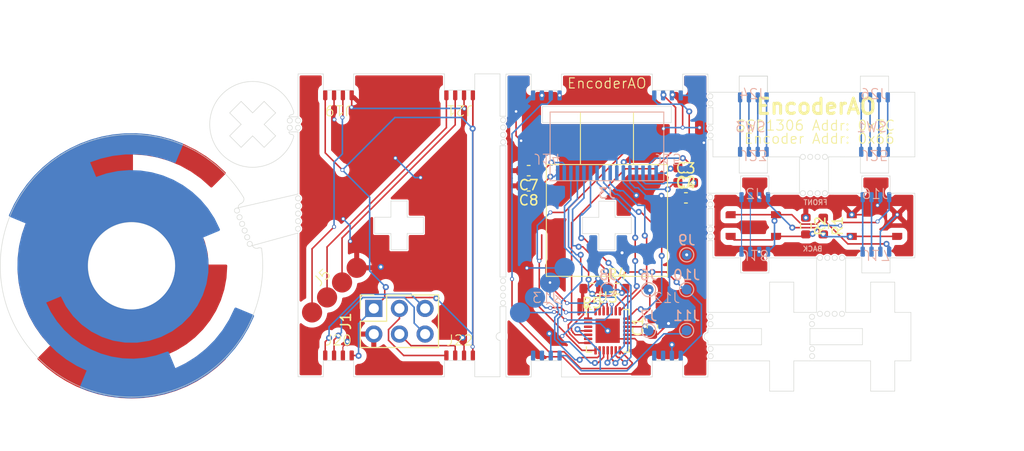
<source format=kicad_pcb>
(kicad_pcb
	(version 20240108)
	(generator "pcbnew")
	(generator_version "8.0")
	(general
		(thickness 1.6)
		(legacy_teardrops no)
	)
	(paper "A4")
	(layers
		(0 "F.Cu" signal)
		(31 "B.Cu" signal)
		(32 "B.Adhes" user "B.Adhesive")
		(33 "F.Adhes" user "F.Adhesive")
		(34 "B.Paste" user)
		(35 "F.Paste" user)
		(36 "B.SilkS" user "B.Silkscreen")
		(37 "F.SilkS" user "F.Silkscreen")
		(38 "B.Mask" user)
		(39 "F.Mask" user)
		(40 "Dwgs.User" user "User.Drawings")
		(41 "Cmts.User" user "User.Comments")
		(42 "Eco1.User" user "User.Eco1")
		(43 "Eco2.User" user "User.Eco2")
		(44 "Edge.Cuts" user)
		(45 "Margin" user)
		(46 "B.CrtYd" user "B.Courtyard")
		(47 "F.CrtYd" user "F.Courtyard")
		(48 "B.Fab" user)
		(49 "F.Fab" user)
		(50 "User.1" user)
		(51 "User.2" user)
		(52 "User.3" user)
		(53 "User.4" user)
		(54 "User.5" user)
		(55 "User.6" user)
		(56 "User.7" user)
		(57 "User.8" user)
		(58 "User.9" user)
	)
	(setup
		(stackup
			(layer "F.SilkS"
				(type "Top Silk Screen")
			)
			(layer "F.Paste"
				(type "Top Solder Paste")
			)
			(layer "F.Mask"
				(type "Top Solder Mask")
				(thickness 0.01)
			)
			(layer "F.Cu"
				(type "copper")
				(thickness 0.035)
			)
			(layer "dielectric 1"
				(type "core")
				(thickness 1.51)
				(material "FR4")
				(epsilon_r 4.5)
				(loss_tangent 0.02)
			)
			(layer "B.Cu"
				(type "copper")
				(thickness 0.035)
			)
			(layer "B.Mask"
				(type "Bottom Solder Mask")
				(thickness 0.01)
			)
			(layer "B.Paste"
				(type "Bottom Solder Paste")
			)
			(layer "B.SilkS"
				(type "Bottom Silk Screen")
			)
			(copper_finish "None")
			(dielectric_constraints no)
		)
		(pad_to_mask_clearance 0)
		(allow_soldermask_bridges_in_footprints no)
		(grid_origin 93.9 132.65)
		(pcbplotparams
			(layerselection 0x00010fc_ffffffff)
			(plot_on_all_layers_selection 0x0000000_00000000)
			(disableapertmacros no)
			(usegerberextensions no)
			(usegerberattributes yes)
			(usegerberadvancedattributes yes)
			(creategerberjobfile yes)
			(dashed_line_dash_ratio 12.000000)
			(dashed_line_gap_ratio 3.000000)
			(svgprecision 4)
			(plotframeref no)
			(viasonmask no)
			(mode 1)
			(useauxorigin no)
			(hpglpennumber 1)
			(hpglpenspeed 20)
			(hpglpendiameter 15.000000)
			(pdf_front_fp_property_popups yes)
			(pdf_back_fp_property_popups yes)
			(dxfpolygonmode yes)
			(dxfimperialunits yes)
			(dxfusepcbnewfont yes)
			(psnegative no)
			(psa4output no)
			(plotreference yes)
			(plotvalue yes)
			(plotfptext yes)
			(plotinvisibletext no)
			(sketchpadsonfab no)
			(subtractmaskfromsilk no)
			(outputformat 1)
			(mirror no)
			(drillshape 1)
			(scaleselection 1)
			(outputdirectory "")
		)
	)
	(net 0 "")
	(net 1 "+3V3")
	(net 2 "GND")
	(net 3 "BB_BIT3")
	(net 4 "USB1DP")
	(net 5 "USB1DM")
	(net 6 "BB_BIT5")
	(net 7 "BB_BIT4")
	(net 8 "BIT2")
	(net 9 "BIT4")
	(net 10 "BIT5")
	(net 11 "BIT3")
	(net 12 "unconnected-(U3-OSC_IN{slash}PD0-Pad2)")
	(net 13 "unconnected-(U3-OSC_OUT{slash}PD1-Pad3)")
	(net 14 "Net-(J3-Pin_1)")
	(net 15 "Net-(J3-Pin_2)")
	(net 16 "Net-(J3-Pin_3)")
	(net 17 "Net-(J3-Pin_4)")
	(net 18 "Net-(J3-Pin_15)")
	(net 19 "Net-(J3-Pin_16)")
	(net 20 "OLED_RST")
	(net 21 "OLED_D2")
	(net 22 "OLED_BS1")
	(net 23 "OLED_DC")
	(net 24 "OLED_D1")
	(net 25 "OLED_CS")
	(net 26 "OLED_D0")
	(net 27 "BOOT0")
	(net 28 "RST")
	(net 29 "SOA_SDA")
	(net 30 "SOA_USBP")
	(net 31 "SOA_USBM")
	(net 32 "SOA_SCL")
	(net 33 "unconnected-(U3-PB1-Pad15)")
	(net 34 "BACK_GND")
	(net 35 "BTM+3V3")
	(net 36 "BTM_GND")
	(net 37 "BTM_RST")
	(net 38 "BTM_BOOT0")
	(net 39 "BCK+3V3")
	(net 40 "unconnected-(J27-Pin_1-Pad1)")
	(net 41 "unconnected-(J28-Pin_1-Pad1)")
	(net 42 "Net-(J23-Pin_4)")
	(net 43 "Net-(J25-Pin_4)")
	(net 44 "unconnected-(U3-PB6-Pad27)")
	(net 45 "unconnected-(U3-PB7-Pad28)")
	(net 46 "unconnected-(U3-PA0-Pad6)")
	(net 47 "BTM_USBM")
	(net 48 "BIT0")
	(net 49 "BIT1")
	(net 50 "unconnected-(U3-PA3-Pad9)")
	(net 51 "Net-(J23-Pin_2)")
	(net 52 "Net-(J23-Pin_3)")
	(net 53 "Net-(J23-Pin_1)")
	(net 54 "Net-(J25-Pin_3)")
	(net 55 "Net-(J25-Pin_2)")
	(net 56 "Net-(J25-Pin_1)")
	(net 57 "BTM_USBP")
	(net 58 "SDA")
	(net 59 "SCL")
	(net 60 "USBP")
	(net 61 "USBM")
	(net 62 "BTM_SDA")
	(net 63 "BTM_SCL")
	(net 64 "unconnected-(U3-PA9-Pad18)")
	(footprint "Capacitor_SMD:C_0603_1608Metric" (layer "F.Cu") (at 128.9 157.65 90))
	(footprint "Encoderao:RKB2" (layer "F.Cu") (at 138.9 147.65))
	(footprint "3PCB:3bit" (layer "F.Cu") (at 77.325 151.65))
	(footprint "Capacitor_SMD:C_0603_1608Metric" (layer "F.Cu") (at 132.2 141.90962 180))
	(footprint "Package_DFN_QFN:QFN-28-1EP_4x4mm_P0.4mm_EP2.4x2.4mm" (layer "F.Cu") (at 124.475 158.075))
	(footprint "3PCB:slot 4x 3x1.61mm +drl" (layer "F.Cu") (at 109.81 133.24 180))
	(footprint "3PCB:slot 4x 3x1.61mm +drl" (layer "F.Cu") (at 109.81 162.02))
	(footprint "Capacitor_SMD:C_0603_1608Metric" (layer "F.Cu") (at 116.65 142.20962 180))
	(footprint "Encoderao:PoGoCoNn" (layer "F.Cu") (at 97.422462 154.027538 45))
	(footprint "Resistor_SMD:R_0603_1608Metric" (layer "F.Cu") (at 144.1 147.7 -90))
	(footprint "Encoderao:RKB2" (layer "F.Cu") (at 150.9 147.65))
	(footprint "Capacitor_SMD:C_0603_1608Metric" (layer "F.Cu") (at 116.65 143.71962 180))
	(footprint "Resistor_SMD:R_0603_1608Metric" (layer "F.Cu") (at 122.9 153.9 180))
	(footprint "Resistor_SMD:R_0603_1608Metric" (layer "F.Cu") (at 125.41 153.9))
	(footprint "3PCB:slot 4x 3x1.61mm +drl" (layer "F.Cu") (at 97.81 133.24 180))
	(footprint "Connector_PinSocket_2.54mm:PinSocket_2x03_P2.54mm_Vertical" (layer "F.Cu") (at 101.31 155.86 90))
	(footprint "Capacitor_SMD:C_0603_1608Metric" (layer "F.Cu") (at 132.225 144.90962))
	(footprint "3PCB:slot 4x 3x1.61mm +drl" (layer "F.Cu") (at 97.81 162.02))
	(footprint "Resistor_SMD:R_0603_1608Metric" (layer "F.Cu") (at 145.825 147.7 -90))
	(footprint "Capacitor_SMD:C_0603_1608Metric" (layer "F.Cu") (at 132.2 143.40962))
	(footprint "TestPoint:TestPoint_Pad_D1.0mm" (layer "B.Cu") (at 128.525 154 180))
	(footprint "TestPoint:TestPoint_Pad_D1.0mm" (layer "B.Cu") (at 128.525 158.05 180))
	(footprint "TestPoint:TestPoint_Pad_D1.0mm" (layer "B.Cu") (at 132.3 150.55 180))
	(footprint "3PCB:tab 4x 3x1.60mm +drl" (layer "B.Cu") (at 150.9 141.85 180))
	(footprint "3PCB:tab 4x 3x1.60mm +drl" (layer "B.Cu") (at 138.9 133.4525))
	(footprint "3PCB:slot 4x 3x1.61mm +drl" (layer "B.Cu") (at 118.397 133.26))
	(footprint "3PCB:tab 4x 3x1.60mm +drl" (layer "B.Cu") (at 138.9 141.85 180))
	(footprint "TestPoint:TestPoint_Pad_D1.0mm" (layer "B.Cu") (at 124.475 154 180))
	(footprint "3PCB:slot 4x 3x1.61mm +drl" (layer "B.Cu") (at 130.398 162.04 180))
	(footprint "3PCB:3bit" (layer "B.Cu") (at 77.31075 151.63086 22.5))
	(footprint "3PCB:tab 4x 3x1.60mm +drl" (layer "B.Cu") (at 139.041421 143.341421))
	(footprint "3PCB:tab 4x 3x1.60mm +drl" (layer "B.Cu") (at 151.043421 151.741421 180))
	(footprint "3PCB:slot 4x 3x1.61mm +drl" (layer "B.Cu") (at 130.4 133.26))
	(footprint "3PCB:tab 4x 3x1.60mm +drl" (layer "B.Cu") (at 139.043421 151.741421 180))
	(footprint "TestPoint:TestPoint_Pad_D1.0mm" (layer "B.Cu") (at 132.29 153.99 180))
	(footprint "3PCB:slot 4x 3x1.61mm +drl" (layer "B.Cu") (at 118.4 162.0325 180))
	(footprint "OLED_Keypad:SSD1306_extender" (layer "B.Cu") (at 124.4 142.45962 180))
	(footprint "TestPoint:TestPoint_Pad_D1.0mm" (layer "B.Cu") (at 132.29 158.04 180))
	(footprint "3PCB:tab 4x 3x1.60mm +drl" (layer "B.Cu") (at 151.043421 143.341421))
	(footprint "Encoderao:PoGoCoNn" (layer "B.Cu") (at 118.017969 154.042031 45))
	(footprint "3PCB:tab 4x 3x1.60mm +drl" (layer "B.Cu") (at 150.899 133.45))
	(gr_line
		(start 104.615 146.825859)
		(end 103.005 148.435859)
		(stroke
			(width 0.05)
			(type default)
		)
		(layer "Eco2.User")
		(uuid "1d19391e-ce45-43cd-8401-532cfe99839b")
	)
	(gr_line
		(start 123.595 146.845)
		(end 125.205 148.455)
		(stroke
			(width 0.05)
			(type default)
		)
		(layer "Eco2.User")
		(uuid "2d85d8b5-1236-48a4-b13e-05f7bef6fd5e")
	)
	(gr_line
		(start 87.87 145.89)
		(end 89.3 149.63)
		(stroke
			(width 0.1)
			(type default)
		)
		(layer "Eco2.User")
		(uuid "458a5737-7a05-4606-8036-933f718569e3")
	)
	(gr_line
		(start 103.005 146.825859)
		(end 104.615 148.435859)
		(stroke
			(width 0.05)
			(type default)
		)
		(layer "Eco2.User")
		(uuid "de6ce549-f1c2-45e9-ad3d-e7d30d889809")
	)
	(gr_line
		(start 125.205 146.845)
		(end 123.595 148.455)
		(stroke
			(width 0.05)
			(type default)
		)
		(layer "Eco2.User")
		(uuid "f8a0da98-6f96-47fa-8481-1af222c91011")
	)
	(gr_line
		(start 152.298 134.45)
		(end 154.9 134.45)
		(stroke
			(width 0.05)
			(type default)
		)
		(layer "Edge.Cuts")
		(uuid "00a43c7d-db5c-4bcd-a359-fccd9cb79e8d")
	)
	(gr_line
		(start 152.909 156.255)
		(end 152.909 153.255)
		(stroke
			(width 0.05)
			(type default)
		)
		(layer "Edge.Cuts")
		(uuid "020ad0c6-6b68-40c6-b76b-91882ddc1a82")
	)
	(gr_line
		(start 126.815 148.455)
		(end 126.815 146.845)
		(stroke
			(width 0.05)
			(type default)
		)
		(layer "Edge.Cuts")
		(uuid "03dd30da-ea8d-4aef-b27f-260772af7fcd")
	)
	(gr_line
		(start 126.815 146.845)
		(end 125.205 146.845)
		(stroke
			(width 0.05)
			(type default)
		)
		(layer "Edge.Cuts")
		(uuid "04ba6f10-c2ed-4054-b1e1-91c3e352ac55")
	)
	(gr_line
		(start 123.595 145.235)
		(end 123.595 146.845)
		(stroke
			(width 0.05)
			(type default)
		)
		(layer "Edge.Cuts")
		(uuid "050d130e-d471-4814-a276-e39829da6456")
	)
	(gr_line
		(start 87.033 136.492859)
		(end 88.171 137.630859)
		(stroke
			(width 0.05)
			(type default)
		)
		(layer "Edge.Cuts")
		(uuid "053ab475-986d-4a0d-b130-be3184060c14")
	)
	(gr_line
		(start 134.4 162.65)
		(end 134.4 161.055)
		(stroke
			(width 0.05)
			(type default)
		)
		(layer "Edge.Cuts")
		(uuid "0548257c-ca0a-4a9a-b107-449b7718eac4")
	)
	(gr_line
		(start 134.4 149.14)
		(end 134.9 149.14)
		(stroke
			(width 0.05)
			(type default)
		)
		(layer "Edge.Cuts")
		(uuid "060dbd28-999c-4b03-8d3e-61af624f0527")
	)
	(gr_circle
		(center 93.81 147.2164)
		(end 93.556 147.2164)
		(stroke
			(width 0.05)
			(type default)
		)
		(fill none)
		(layer "Edge.Cuts")
		(uuid "064a178d-e8a0-40b6-8f85-6fd318ef04a1")
	)
	(gr_line
		(start 145.163 150.8525)
		(end 140.298 150.85)
		(stroke
			(width 0.05)
			(type default)
		)
		(layer "Edge.Cuts")
		(uuid "065646ad-79e6-4808-a7fb-85ac7bef5658")
	)
	(gr_line
		(start 150.515 153.255)
		(end 150.514 156.255)
		(stroke
			(width 0.05)
			(type default)
		)
		(layer "Edge.Cuts")
		(uuid "0726edc4-33db-4ef6-9183-32e3fca421e0")
	)
	(gr_line
		(start 101.395 148.435859)
		(end 103.005 148.435859)
		(stroke
			(width 0.05)
			(type default)
		)
		(layer "Edge.Cuts")
		(uuid "09bf78fb-d0ff-4839-bfd9-12f6c0fe4018")
	)
	(gr_arc
		(start 89.842474 149.883374)
		(mid 90.018777 149.853668)
		(end 90.19317 149.893069)
		(stroke
			(width 0.05)
			(type default)
		)
		(layer "Edge.Cuts")
		(uuid "0a300485-c55e-4db5-856b-c27c7962453e")
	)
	(gr_line
		(start 101.395 146.825859)
		(end 101.395 148.435859)
		(stroke
			(width 0.05)
			(type default)
		)
		(layer "Edge.Cuts")
		(uuid "0a3916e8-57f5-4f7d-a087-51408b4f25ee")
	)
	(gr_circle
		(center 146.229 150.8525)
		(end 146.229 150.5985)
		(stroke
			(width 0.05)
			(type default)
		)
		(fill none)
		(layer "Edge.Cuts")
		(uuid "0a4a967e-ae0e-4201-8434-6cb880651edb")
	)
	(gr_line
		(start 154.9 150.85)
		(end 152.298 150.85)
		(stroke
			(width 0.05)
			(type default)
		)
		(layer "Edge.Cuts")
		(uuid "116c59a1-6002-44ca-9ad7-0d35f499c33a")
	)
	(gr_line
		(start 113.81 162.630859)
		(end 113.81 159.025718)
		(stroke
			(width 0.05)
			(type default)
		)
		(layer "Edge.Cuts")
		(uuid "121cc307-382e-448e-98fd-edbc3d0f6813")
	)
	(gr_line
		(start 103.005 148.435859)
		(end 103.005 150.045859)
		(stroke
			(width 0.05)
			(type default)
		)
		(layer "Edge.Cuts")
		(uuid "125a983a-8865-463c-8a49-9736ee0c6de1")
	)
	(gr_line
		(start 140.514 156.255)
		(end 134.4 156.255)
		(stroke
			(width 0.05)
			(type default)
		)
		(layer "Edge.Cuts")
		(uuid "148d78c0-3276-4a22-91d8-0a8b12c24a28")
	)
	(gr_line
		(start 113.81 136.83)
		(end 114.4 136.83)
		(stroke
			(width 0.05)
			(type default)
		)
		(layer "Edge.Cuts")
		(uuid "15a6e367-1529-489a-8a85-52b301d3096a")
	)
	(gr_line
		(start 90.448 137.630859)
		(end 91.587 136.492859)
		(stroke
			(width 0.05)
			(type default)
		)
		(layer "Edge.Cuts")
		(uuid "15c9c607-72fa-462a-a525-7ac1dc1323ea")
	)
	(gr_line
		(start 134.4 139.14)
		(end 134.4 144.45)
		(stroke
			(width 0.05)
			(type default)
		)
		(layer "Edge.Cuts")
		(uuid "183616c9-8c1d-4e78-919b-a1111592bd49")
	)
	(gr_line
		(start 134.4 132.65)
		(end 131.9 132.65)
		(stroke
			(width 0.05)
			(type default)
		)
		(layer "Edge.Cuts")
		(uuid "1cbdaa89-95ed-4081-b211-ac2c42ff1226")
	)
	(gr_circle
		(center 93.81 145.7092)
		(end 93.556 145.7092)
		(stroke
			(width 0.05)
			(type default)
		)
		(fill none)
		(layer "Edge.Cuts")
		(uuid "1ce22323-679a-4f35-9d32-b1a384e7613a")
	)
	(gr_line
		(start 113.81 155.67)
		(end 114.4 155.67)
		(stroke
			(width 0.05)
			(type default)
		)
		(layer "Edge.Cuts")
		(uuid "1d01db82-70d4-4224-84df-d340664b93e4")
	)
	(gr_line
		(start 108.31 132.630859)
		(end 99.31 132.630859)
		(stroke
			(width 0.05)
			(type default)
		)
		(layer "Edge.Cuts")
		(uuid "1e40df86-2b26-4764-9de0-60dc5dd06f48")
	)
	(gr_line
		(start 134.4 137.62)
		(end 134.9 137.62)
		(stroke
			(width 0.05)
			(type default)
		)
		(layer "Edge.Cuts")
		(uuid "1f4ba3bf-5d31-49f0-afd0-fbd52ac6df1d")
	)
	(gr_line
		(start 89.287279 149.632036)
		(end 93.8 148.390859)
		(stroke
			(width 0.05)
			(type default)
		)
		(layer "Edge.Cuts")
		(uuid "1f53a686-9520-4f5f-970f-1e30f87fec6a")
	)
	(gr_line
		(start 152.909 164.055)
		(end 150.514 164.055)
		(stroke
			(width 0.05)
			(type default)
		)
		(layer "Edge.Cuts")
		(uuid "1f79872e-05c0-422c-bfb3-d51a5b7b9631")
	)
	(gr_circle
		(center 144.725 160.581)
		(end 144.979 160.581)
		(stroke
			(width 0.05)
			(type default)
		)
		(fill none)
		(layer "Edge.Cuts")
		(uuid "1fd47d84-8173-4d63-bc04-2cf086508fb8")
	)
	(gr_circle
		(center 145.992 140.85)
		(end 145.992 140.596)
		(stroke
			(width 0.05)
			(type default)
		)
		(fill none)
		(layer "Edge.Cuts")
		(uuid "2197131b-a205-418f-868d-dbaa86e7e4ee")
	)
	(gr_circle
		(center 144.71 156.686)
		(end 144.964 156.686)
		(stroke
			(width 0.05)
			(type default)
		)
		(fill none)
		(layer "Edge.Cuts")
		(uuid "23c05c93-3aa1-47fd-9715-662c7e2b8d44")
	)
	(gr_line
		(start 119.9 162.65)
		(end 128.9 162.65)
		(stroke
			(width 0.05)
			(type default)
		)
		(layer "Edge.Cuts")
		(uuid "2510413c-71e8-464f-b5a2-991f1a2f469b")
	)
	(gr_line
		(start 152.909 161.055)
		(end 154.509 161.055)
		(stroke
			(width 0.05)
			(type default)
		)
		(layer "Edge.Cuts")
		(uuid "25c17ca3-da67-47d1-a135-e77b3dc7a97c")
	)
	(gr_line
		(start 139.709 159.465)
		(end 134.4 159.465)
		(stroke
			(width 0.05)
			(type default)
		)
		(layer "Edge.Cuts")
		(uuid "26bd86fd-f3ce-41b9-b2af-a3133ee5a08d")
	)
	(gr_line
		(start 92
... [276467 chars truncated]
</source>
